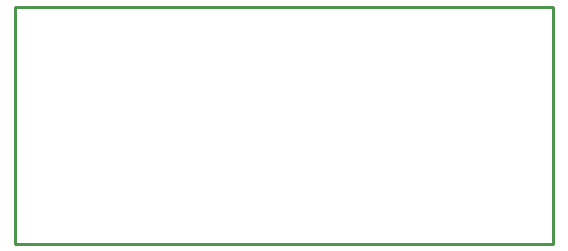
<source format=gko>
G04 Layer_Color=16711935*
%FSLAX24Y24*%
%MOIN*%
G70*
G01*
G75*
%ADD24C,0.0100*%
D24*
X-13600Y3937D02*
X4331D01*
Y-3937D02*
Y3937D01*
X-13600Y-3937D02*
Y3937D01*
Y-3937D02*
X4331D01*
M02*

</source>
